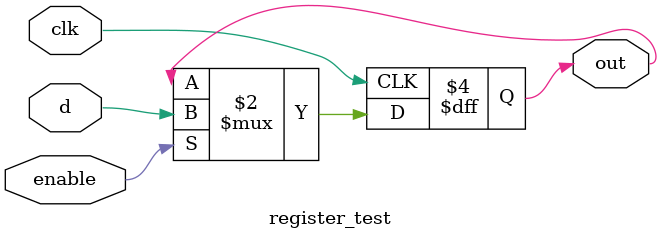
<source format=v>

module register_test(d, clk, enable, out); 
	input wire d;
    input wire clk; 
    input wire enable; 
    output reg out; 

    always @ (posedge clk) begin
        if(enable)begin 
            out <= d; 
        end
    end 
endmodule 

//Register is created, but is found only as an input to a wire - actual register is not found
	

</source>
